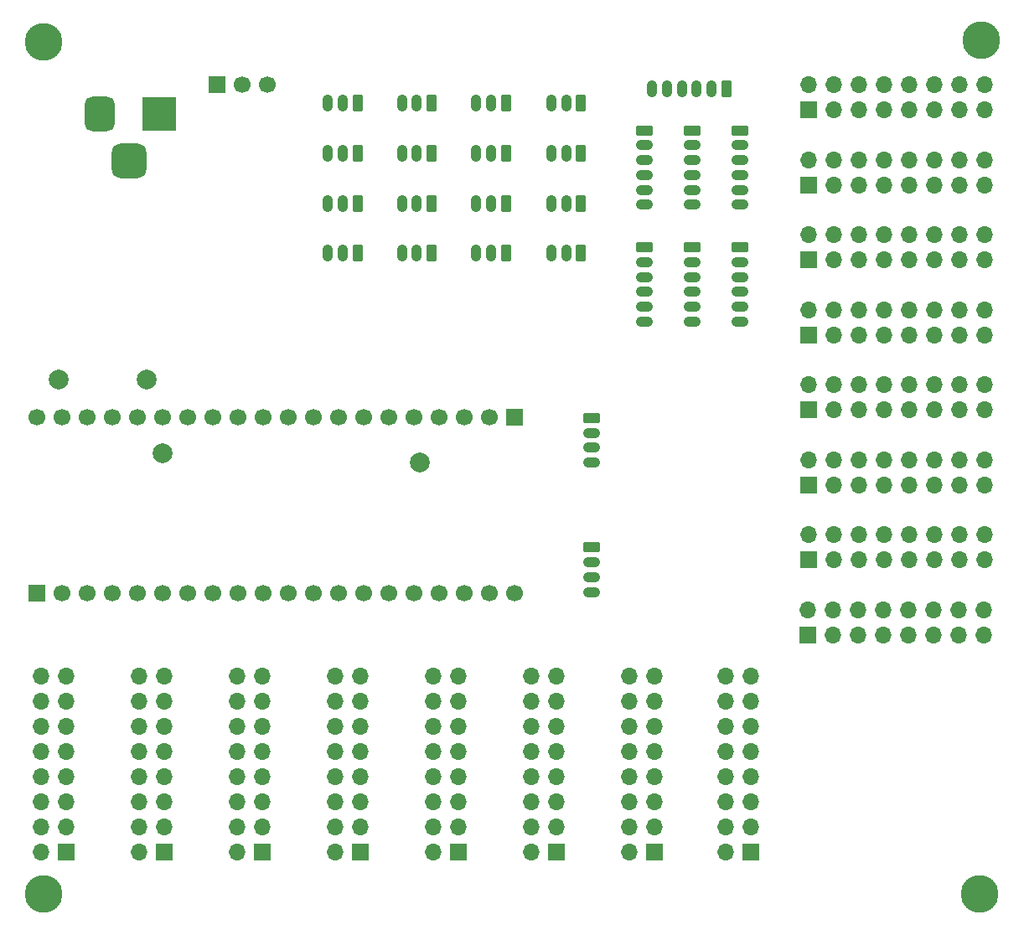
<source format=gbr>
%TF.GenerationSoftware,KiCad,Pcbnew,9.0.3*%
%TF.CreationDate,2025-07-29T07:15:08-03:00*%
%TF.ProjectId,pi_controller,70695f63-6f6e-4747-926f-6c6c65722e6b,1.0*%
%TF.SameCoordinates,Original*%
%TF.FileFunction,Soldermask,Bot*%
%TF.FilePolarity,Negative*%
%FSLAX46Y46*%
G04 Gerber Fmt 4.6, Leading zero omitted, Abs format (unit mm)*
G04 Created by KiCad (PCBNEW 9.0.3) date 2025-07-29 07:15:08*
%MOMM*%
%LPD*%
G01*
G04 APERTURE LIST*
G04 Aperture macros list*
%AMRoundRect*
0 Rectangle with rounded corners*
0 $1 Rounding radius*
0 $2 $3 $4 $5 $6 $7 $8 $9 X,Y pos of 4 corners*
0 Add a 4 corners polygon primitive as box body*
4,1,4,$2,$3,$4,$5,$6,$7,$8,$9,$2,$3,0*
0 Add four circle primitives for the rounded corners*
1,1,$1+$1,$2,$3*
1,1,$1+$1,$4,$5*
1,1,$1+$1,$6,$7*
1,1,$1+$1,$8,$9*
0 Add four rect primitives between the rounded corners*
20,1,$1+$1,$2,$3,$4,$5,0*
20,1,$1+$1,$4,$5,$6,$7,0*
20,1,$1+$1,$6,$7,$8,$9,0*
20,1,$1+$1,$8,$9,$2,$3,0*%
G04 Aperture macros list end*
%ADD10RoundRect,0.250000X0.265000X0.615000X-0.265000X0.615000X-0.265000X-0.615000X0.265000X-0.615000X0*%
%ADD11O,1.030000X1.730000*%
%ADD12R,1.700000X1.700000*%
%ADD13O,1.700000X1.700000*%
%ADD14C,2.600000*%
%ADD15C,3.800000*%
%ADD16RoundRect,0.250000X-0.615000X0.265000X-0.615000X-0.265000X0.615000X-0.265000X0.615000X0.265000X0*%
%ADD17O,1.730000X1.030000*%
%ADD18R,3.500000X3.500000*%
%ADD19RoundRect,0.750000X-0.750000X-1.000000X0.750000X-1.000000X0.750000X1.000000X-0.750000X1.000000X0*%
%ADD20RoundRect,0.875000X-0.875000X-0.875000X0.875000X-0.875000X0.875000X0.875000X-0.875000X0.875000X0*%
%ADD21C,1.700000*%
%ADD22C,2.000000*%
G04 APERTURE END LIST*
D10*
%TO.C,AN14*%
X130937000Y-70104000D03*
D11*
X129437000Y-70104000D03*
X127937000Y-70104000D03*
%TD*%
D12*
%TO.C,JR1*%
X93980000Y-140716000D03*
D13*
X91440000Y-140716000D03*
X93980000Y-138176000D03*
X91440000Y-138176000D03*
X93980000Y-135636000D03*
X91440000Y-135636000D03*
X93980000Y-133096000D03*
X91440000Y-133096000D03*
X93980000Y-130556000D03*
X91440000Y-130556000D03*
X93980000Y-128016000D03*
X91440000Y-128016000D03*
X93980000Y-125476000D03*
X91440000Y-125476000D03*
X93980000Y-122936000D03*
X91440000Y-122936000D03*
%TD*%
D10*
%TO.C,AN10*%
X123444000Y-70104000D03*
D11*
X121944000Y-70104000D03*
X120444000Y-70104000D03*
%TD*%
D10*
%TO.C,AN8*%
X138430000Y-65024000D03*
D11*
X136930000Y-65024000D03*
X135430000Y-65024000D03*
%TD*%
D10*
%TO.C,AN9*%
X123444000Y-65024000D03*
D11*
X121944000Y-65024000D03*
X120444000Y-65024000D03*
%TD*%
D10*
%TO.C,AN5*%
X138430000Y-80137000D03*
D11*
X136930000Y-80137000D03*
X135430000Y-80137000D03*
%TD*%
D12*
%TO.C,JR6*%
X143510000Y-140716000D03*
D13*
X140970000Y-140716000D03*
X143510000Y-138176000D03*
X140970000Y-138176000D03*
X143510000Y-135636000D03*
X140970000Y-135636000D03*
X143510000Y-133096000D03*
X140970000Y-133096000D03*
X143510000Y-130556000D03*
X140970000Y-130556000D03*
X143510000Y-128016000D03*
X140970000Y-128016000D03*
X143510000Y-125476000D03*
X140970000Y-125476000D03*
X143510000Y-122936000D03*
X140970000Y-122936000D03*
%TD*%
D12*
%TO.C,JR3*%
X113792000Y-140716000D03*
D13*
X111252000Y-140716000D03*
X113792000Y-138176000D03*
X111252000Y-138176000D03*
X113792000Y-135636000D03*
X111252000Y-135636000D03*
X113792000Y-133096000D03*
X111252000Y-133096000D03*
X113792000Y-130556000D03*
X111252000Y-130556000D03*
X113792000Y-128016000D03*
X111252000Y-128016000D03*
X113792000Y-125476000D03*
X111252000Y-125476000D03*
X113792000Y-122936000D03*
X111252000Y-122936000D03*
%TD*%
D10*
%TO.C,AN1*%
X146026000Y-80137000D03*
D11*
X144526000Y-80137000D03*
X143026000Y-80137000D03*
%TD*%
D10*
%TO.C,AN13*%
X123444000Y-80137000D03*
D11*
X121944000Y-80137000D03*
X120444000Y-80137000D03*
%TD*%
D14*
%TO.C,H4*%
X186309000Y-144907000D03*
D15*
X186309000Y-144907000D03*
%TD*%
D10*
%TO.C,AN11*%
X123444000Y-75184000D03*
D11*
X121944000Y-75184000D03*
X120444000Y-75184000D03*
%TD*%
D10*
%TO.C,JSPI7*%
X160722000Y-63569000D03*
D11*
X159222000Y-63569000D03*
X157722000Y-63569000D03*
X156222000Y-63569000D03*
X154722000Y-63569000D03*
X153222000Y-63569000D03*
%TD*%
D16*
%TO.C,JSPI2*%
X157295000Y-79562000D03*
D17*
X157295000Y-81062000D03*
X157295000Y-82562000D03*
X157295000Y-84062000D03*
X157295000Y-85562000D03*
X157295000Y-87062000D03*
%TD*%
D10*
%TO.C,AN3*%
X146026000Y-70104000D03*
D11*
X144526000Y-70104000D03*
X143026000Y-70104000D03*
%TD*%
D10*
%TO.C,AN12*%
X130937000Y-65024000D03*
D11*
X129437000Y-65024000D03*
X127937000Y-65024000D03*
%TD*%
D10*
%TO.C,AN2*%
X146026000Y-75184000D03*
D11*
X144526000Y-75184000D03*
X143026000Y-75184000D03*
%TD*%
D16*
%TO.C,JSPI4*%
X152469000Y-67751000D03*
D17*
X152469000Y-69251000D03*
X152469000Y-70751000D03*
X152469000Y-72251000D03*
X152469000Y-73751000D03*
X152469000Y-75251000D03*
%TD*%
D12*
%TO.C,J28*%
X169037000Y-73242714D03*
D13*
X169037000Y-70702714D03*
X171577000Y-73242714D03*
X171577000Y-70702714D03*
X174117000Y-73242714D03*
X174117000Y-70702714D03*
X176657000Y-73242714D03*
X176657000Y-70702714D03*
X179197000Y-73242714D03*
X179197000Y-70702714D03*
X181737000Y-73242714D03*
X181737000Y-70702714D03*
X184277000Y-73242714D03*
X184277000Y-70702714D03*
X186817000Y-73242714D03*
X186817000Y-70702714D03*
%TD*%
D10*
%TO.C,AN7*%
X138430000Y-70104000D03*
D11*
X136930000Y-70104000D03*
X135430000Y-70104000D03*
%TD*%
D12*
%TO.C,JR4*%
X123698000Y-140700210D03*
D13*
X121158000Y-140700210D03*
X123698000Y-138160210D03*
X121158000Y-138160210D03*
X123698000Y-135620210D03*
X121158000Y-135620210D03*
X123698000Y-133080210D03*
X121158000Y-133080210D03*
X123698000Y-130540210D03*
X121158000Y-130540210D03*
X123698000Y-128000210D03*
X121158000Y-128000210D03*
X123698000Y-125460210D03*
X121158000Y-125460210D03*
X123698000Y-122920210D03*
X121158000Y-122920210D03*
%TD*%
D14*
%TO.C,H2*%
X186436000Y-58674000D03*
D15*
X186436000Y-58674000D03*
%TD*%
D18*
%TO.C,J2*%
X103409000Y-66098500D03*
D19*
X97409000Y-66098500D03*
D20*
X100409000Y-70798500D03*
%TD*%
D12*
%TO.C,J27*%
X169037000Y-88410142D03*
D13*
X169037000Y-85870142D03*
X171577000Y-88410142D03*
X171577000Y-85870142D03*
X174117000Y-88410142D03*
X174117000Y-85870142D03*
X176657000Y-88410142D03*
X176657000Y-85870142D03*
X179197000Y-88410142D03*
X179197000Y-85870142D03*
X181737000Y-88410142D03*
X181737000Y-85870142D03*
X184277000Y-88410142D03*
X184277000Y-85870142D03*
X186817000Y-88410142D03*
X186817000Y-85870142D03*
%TD*%
D12*
%TO.C,J29*%
X169037000Y-65659000D03*
D13*
X169037000Y-63119000D03*
X171577000Y-65659000D03*
X171577000Y-63119000D03*
X174117000Y-65659000D03*
X174117000Y-63119000D03*
X176657000Y-65659000D03*
X176657000Y-63119000D03*
X179197000Y-65659000D03*
X179197000Y-63119000D03*
X181737000Y-65659000D03*
X181737000Y-63119000D03*
X184277000Y-65659000D03*
X184277000Y-63119000D03*
X186817000Y-65659000D03*
X186817000Y-63119000D03*
%TD*%
D16*
%TO.C,J30*%
X147135000Y-96810000D03*
D17*
X147135000Y-98310000D03*
X147135000Y-99810000D03*
X147135000Y-101310000D03*
%TD*%
D12*
%TO.C,J35*%
X169037000Y-95993856D03*
D13*
X169037000Y-93453856D03*
X171577000Y-95993856D03*
X171577000Y-93453856D03*
X174117000Y-95993856D03*
X174117000Y-93453856D03*
X176657000Y-95993856D03*
X176657000Y-93453856D03*
X179197000Y-95993856D03*
X179197000Y-93453856D03*
X181737000Y-95993856D03*
X181737000Y-93453856D03*
X184277000Y-95993856D03*
X184277000Y-93453856D03*
X186817000Y-95993856D03*
X186817000Y-93453856D03*
%TD*%
D12*
%TO.C,J33*%
X168910000Y-118745000D03*
D13*
X168910000Y-116205000D03*
X171450000Y-118745000D03*
X171450000Y-116205000D03*
X173990000Y-118745000D03*
X173990000Y-116205000D03*
X176530000Y-118745000D03*
X176530000Y-116205000D03*
X179070000Y-118745000D03*
X179070000Y-116205000D03*
X181610000Y-118745000D03*
X181610000Y-116205000D03*
X184150000Y-118745000D03*
X184150000Y-116205000D03*
X186690000Y-118745000D03*
X186690000Y-116205000D03*
%TD*%
D14*
%TO.C,H3*%
X91694000Y-144907000D03*
D15*
X91694000Y-144907000D03*
%TD*%
D10*
%TO.C,AN16*%
X130937000Y-80137000D03*
D11*
X129437000Y-80137000D03*
X127937000Y-80137000D03*
%TD*%
D12*
%TO.C,JR7*%
X153416000Y-140716000D03*
D13*
X150876000Y-140716000D03*
X153416000Y-138176000D03*
X150876000Y-138176000D03*
X153416000Y-135636000D03*
X150876000Y-135636000D03*
X153416000Y-133096000D03*
X150876000Y-133096000D03*
X153416000Y-130556000D03*
X150876000Y-130556000D03*
X153416000Y-128016000D03*
X150876000Y-128016000D03*
X153416000Y-125476000D03*
X150876000Y-125476000D03*
X153416000Y-122936000D03*
X150876000Y-122936000D03*
%TD*%
D12*
%TO.C,JR2*%
X103886000Y-140716000D03*
D13*
X101346000Y-140716000D03*
X103886000Y-138176000D03*
X101346000Y-138176000D03*
X103886000Y-135636000D03*
X101346000Y-135636000D03*
X103886000Y-133096000D03*
X101346000Y-133096000D03*
X103886000Y-130556000D03*
X101346000Y-130556000D03*
X103886000Y-128016000D03*
X101346000Y-128016000D03*
X103886000Y-125476000D03*
X101346000Y-125476000D03*
X103886000Y-122936000D03*
X101346000Y-122936000D03*
%TD*%
D12*
%TO.C,J26*%
X169037000Y-80826428D03*
D13*
X169037000Y-78286428D03*
X171577000Y-80826428D03*
X171577000Y-78286428D03*
X174117000Y-80826428D03*
X174117000Y-78286428D03*
X176657000Y-80826428D03*
X176657000Y-78286428D03*
X179197000Y-80826428D03*
X179197000Y-78286428D03*
X181737000Y-80826428D03*
X181737000Y-78286428D03*
X184277000Y-80826428D03*
X184277000Y-78286428D03*
X186817000Y-80826428D03*
X186817000Y-78286428D03*
%TD*%
D10*
%TO.C,AN4*%
X146026000Y-65024000D03*
D11*
X144526000Y-65024000D03*
X143026000Y-65024000D03*
%TD*%
D12*
%TO.C,J34*%
X169037000Y-111161284D03*
D13*
X169037000Y-108621284D03*
X171577000Y-111161284D03*
X171577000Y-108621284D03*
X174117000Y-111161284D03*
X174117000Y-108621284D03*
X176657000Y-111161284D03*
X176657000Y-108621284D03*
X179197000Y-111161284D03*
X179197000Y-108621284D03*
X181737000Y-111161284D03*
X181737000Y-108621284D03*
X184277000Y-111161284D03*
X184277000Y-108621284D03*
X186817000Y-111161284D03*
X186817000Y-108621284D03*
%TD*%
D12*
%TO.C,J3*%
X91059000Y-114554000D03*
D21*
X93599000Y-114554000D03*
X96139000Y-114554000D03*
X98679000Y-114554000D03*
X101219000Y-114554000D03*
X103759000Y-114554000D03*
X106299000Y-114554000D03*
X108839000Y-114554000D03*
X111379000Y-114554000D03*
X113919000Y-114554000D03*
X116459000Y-114554000D03*
X118999000Y-114554000D03*
X121539000Y-114554000D03*
X124079000Y-114554000D03*
X126619000Y-114554000D03*
X129159000Y-114554000D03*
X131699000Y-114554000D03*
X134239000Y-114554000D03*
X136779000Y-114554000D03*
X139319000Y-114554000D03*
%TD*%
D12*
%TO.C,J32*%
X169037000Y-103577570D03*
D13*
X169037000Y-101037570D03*
X171577000Y-103577570D03*
X171577000Y-101037570D03*
X174117000Y-103577570D03*
X174117000Y-101037570D03*
X176657000Y-103577570D03*
X176657000Y-101037570D03*
X179197000Y-103577570D03*
X179197000Y-101037570D03*
X181737000Y-103577570D03*
X181737000Y-101037570D03*
X184277000Y-103577570D03*
X184277000Y-101037570D03*
X186817000Y-103577570D03*
X186817000Y-101037570D03*
%TD*%
D12*
%TO.C,JR8*%
X163228000Y-140716000D03*
D13*
X160688000Y-140716000D03*
X163228000Y-138176000D03*
X160688000Y-138176000D03*
X163228000Y-135636000D03*
X160688000Y-135636000D03*
X163228000Y-133096000D03*
X160688000Y-133096000D03*
X163228000Y-130556000D03*
X160688000Y-130556000D03*
X163228000Y-128016000D03*
X160688000Y-128016000D03*
X163228000Y-125476000D03*
X160688000Y-125476000D03*
X163228000Y-122936000D03*
X160688000Y-122936000D03*
%TD*%
D14*
%TO.C,H1*%
X91694000Y-58801000D03*
D15*
X91694000Y-58801000D03*
%TD*%
D12*
%TO.C,J1*%
X109235000Y-63119000D03*
D21*
X111775000Y-63119000D03*
X114315000Y-63119000D03*
%TD*%
D16*
%TO.C,JSPI5*%
X157295000Y-67751000D03*
D17*
X157295000Y-69251000D03*
X157295000Y-70751000D03*
X157295000Y-72251000D03*
X157295000Y-73751000D03*
X157295000Y-75251000D03*
%TD*%
D16*
%TO.C,J31*%
X147135000Y-109891000D03*
D17*
X147135000Y-111391000D03*
X147135000Y-112891000D03*
X147135000Y-114391000D03*
%TD*%
D16*
%TO.C,JSPI1*%
X152469000Y-79562000D03*
D17*
X152469000Y-81062000D03*
X152469000Y-82562000D03*
X152469000Y-84062000D03*
X152469000Y-85562000D03*
X152469000Y-87062000D03*
%TD*%
D10*
%TO.C,AN15*%
X130937000Y-75184000D03*
D11*
X129437000Y-75184000D03*
X127937000Y-75184000D03*
%TD*%
D16*
%TO.C,JSPI6*%
X162121000Y-67751000D03*
D17*
X162121000Y-69251000D03*
X162121000Y-70751000D03*
X162121000Y-72251000D03*
X162121000Y-73751000D03*
X162121000Y-75251000D03*
%TD*%
D12*
%TO.C,JR5*%
X133604000Y-140716000D03*
D13*
X131064000Y-140716000D03*
X133604000Y-138176000D03*
X131064000Y-138176000D03*
X133604000Y-135636000D03*
X131064000Y-135636000D03*
X133604000Y-133096000D03*
X131064000Y-133096000D03*
X133604000Y-130556000D03*
X131064000Y-130556000D03*
X133604000Y-128016000D03*
X131064000Y-128016000D03*
X133604000Y-125476000D03*
X131064000Y-125476000D03*
X133604000Y-122936000D03*
X131064000Y-122936000D03*
%TD*%
D16*
%TO.C,JSPI3*%
X162121000Y-79562000D03*
D17*
X162121000Y-81062000D03*
X162121000Y-82562000D03*
X162121000Y-84062000D03*
X162121000Y-85562000D03*
X162121000Y-87062000D03*
%TD*%
D10*
%TO.C,AN6*%
X138430000Y-75184000D03*
D11*
X136930000Y-75184000D03*
X135430000Y-75184000D03*
%TD*%
D12*
%TO.C,J4*%
X139319000Y-96774000D03*
D21*
X136779000Y-96774000D03*
X134239000Y-96774000D03*
X131699000Y-96774000D03*
X129159000Y-96774000D03*
X126619000Y-96774000D03*
X124079000Y-96774000D03*
X121539000Y-96774000D03*
X118999000Y-96774000D03*
X116459000Y-96774000D03*
X113919000Y-96774000D03*
X111379000Y-96774000D03*
X108839000Y-96774000D03*
X106299000Y-96774000D03*
X103759000Y-96774000D03*
X101219000Y-96774000D03*
X98679000Y-96774000D03*
X96139000Y-96774000D03*
X93599000Y-96774000D03*
X91059000Y-96774000D03*
%TD*%
D22*
%TO.C,TP1*%
X129717800Y-101346000D03*
%TD*%
%TO.C,TP4*%
X93294200Y-92964000D03*
%TD*%
%TO.C,TP2*%
X103759000Y-100380800D03*
%TD*%
%TO.C,TP3*%
X102133400Y-92913200D03*
%TD*%
M02*

</source>
